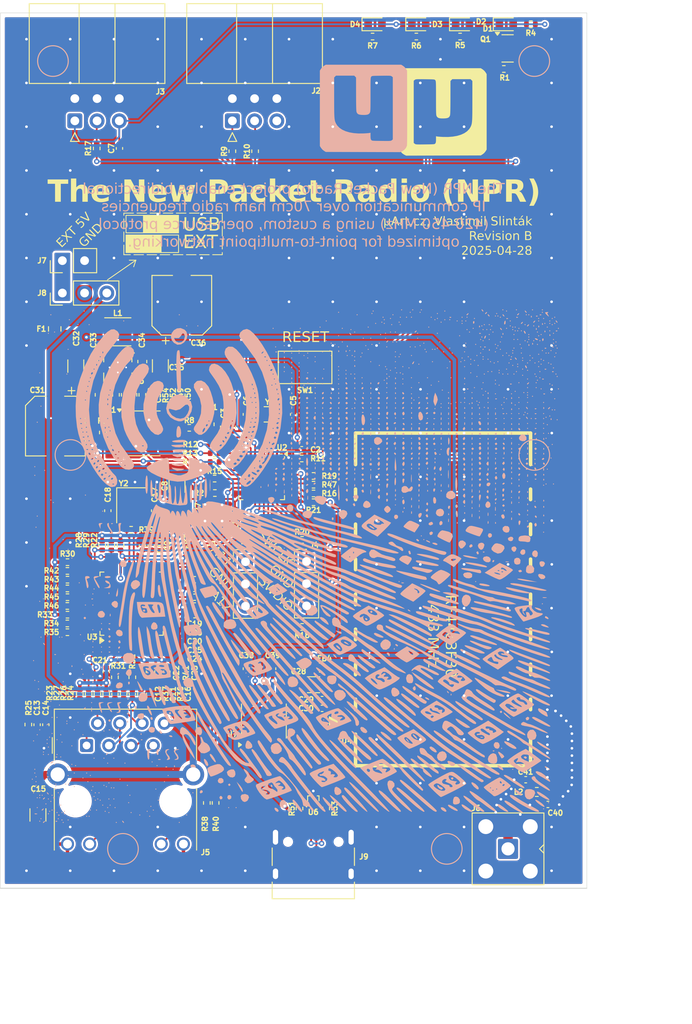
<source format=kicad_pcb>
(kicad_pcb
	(version 20241229)
	(generator "pcbnew")
	(generator_version "9.0")
	(general
		(thickness 1.6)
		(legacy_teardrops no)
	)
	(paper "A4")
	(title_block
		(title "The New Packet Radio (NPR)")
		(date "2025-04-28")
		(rev "B")
		(company "µArt.cz")
		(comment 1 "Vlastimil Slinták")
	)
	(layers
		(0 "F.Cu" signal)
		(2 "B.Cu" signal)
		(9 "F.Adhes" user "F.Adhesive")
		(11 "B.Adhes" user "B.Adhesive")
		(13 "F.Paste" user)
		(15 "B.Paste" user)
		(5 "F.SilkS" user "F.Silkscreen")
		(7 "B.SilkS" user "B.Silkscreen")
		(1 "F.Mask" user)
		(3 "B.Mask" user)
		(17 "Dwgs.User" user "User.Drawings")
		(19 "Cmts.User" user "User.Comments")
		(21 "Eco1.User" user "User.Eco1")
		(23 "Eco2.User" user "User.Eco2")
		(25 "Edge.Cuts" user)
		(27 "Margin" user)
		(31 "F.CrtYd" user "F.Courtyard")
		(29 "B.CrtYd" user "B.Courtyard")
		(35 "F.Fab" user)
		(33 "B.Fab" user)
		(39 "User.1" user)
		(41 "User.2" user)
		(43 "User.3" user)
		(45 "User.4" user)
	)
	(setup
		(pad_to_mask_clearance 0)
		(allow_soldermask_bridges_in_footprints no)
		(tenting front back)
		(aux_axis_origin 183.225 135.75)
		(grid_origin 183.225 135.75)
		(pcbplotparams
			(layerselection 0x00000000_00000000_55555555_5755f5ff)
			(plot_on_all_layers_selection 0x00000000_00000000_00000000_00000000)
			(disableapertmacros no)
			(usegerberextensions no)
			(usegerberattributes yes)
			(usegerberadvancedattributes yes)
			(creategerberjobfile yes)
			(dashed_line_dash_ratio 12.000000)
			(dashed_line_gap_ratio 3.000000)
			(svgprecision 4)
			(plotframeref no)
			(mode 1)
			(useauxorigin no)
			(hpglpennumber 1)
			(hpglpenspeed 20)
			(hpglpendiameter 15.000000)
			(pdf_front_fp_property_popups yes)
			(pdf_back_fp_property_popups yes)
			(pdf_metadata yes)
			(pdf_single_document no)
			(dxfpolygonmode yes)
			(dxfimperialunits yes)
			(dxfusepcbnewfont yes)
			(psnegative no)
			(psa4output no)
			(plot_black_and_white yes)
			(sketchpadsonfab no)
			(plotpadnumbers no)
			(hidednponfab no)
			(sketchdnponfab yes)
			(crossoutdnponfab yes)
			(subtractmaskfromsilk no)
			(outputformat 1)
			(mirror no)
			(drillshape 1)
			(scaleselection 1)
			(outputdirectory "")
		)
	)
	(net 0 "")
	(net 1 "GND")
	(net 2 "+3V3")
	(net 3 "/AVDD")
	(net 4 "Net-(U2-NRST)")
	(net 5 "Net-(U2-PC14)")
	(net 6 "Net-(U2-PC15)")
	(net 7 "/Ethernet/WZNT_DVCC")
	(net 8 "Net-(J5-RD+)")
	(net 9 "Net-(C11-Pad2)")
	(net 10 "Net-(C12-Pad2)")
	(net 11 "Net-(J5-RD-)")
	(net 12 "Net-(J5-TCT)")
	(net 13 "Net-(J5-RCT)")
	(net 14 "Net-(U3-XI{slash}CLKIN)")
	(net 15 "Net-(U3-XO)")
	(net 16 "Net-(U3-1V2O)")
	(net 17 "Net-(U3-TOCAP)")
	(net 18 "/Ethernet/WZNT_AVCC")
	(net 19 "Net-(U4-VCC)")
	(net 20 "+5V")
	(net 21 "Net-(U5-EN)")
	(net 22 "Net-(D1-K)")
	(net 23 "/LED_RX")
	(net 24 "Net-(D2-K)")
	(net 25 "Net-(D3-K)")
	(net 26 "/LED_CON")
	(net 27 "Net-(D4-K)")
	(net 28 "Net-(J8-Pin_2)")
	(net 29 "/TXD")
	(net 30 "/RXD")
	(net 31 "Net-(J3-Pin_3)")
	(net 32 "Net-(J2-Pin_1)")
	(net 33 "/Ethernet/ACT_LED")
	(net 34 "Net-(J2-Pin_3)")
	(net 35 "unconnected-(J2-Pin_5-Pad5)")
	(net 36 "/Ethernet/LINK_LED")
	(net 37 "Net-(J4-Pin_3)")
	(net 38 "/Power/VBUS")
	(net 39 "Net-(J4-Pin_1)")
	(net 40 "Net-(U7-V3)")
	(net 41 "Net-(J5-TD-)")
	(net 42 "unconnected-(J5-NC-Pad7)")
	(net 43 "Net-(J5-TD+)")
	(net 44 "Net-(U5-L2)")
	(net 45 "Net-(U5-L1)")
	(net 46 "Net-(Q1-B)")
	(net 47 "/LED_TX")
	(net 48 "Net-(U1-SIO1)")
	(net 49 "/SPI1_MISO")
	(net 50 "Net-(U1-SIO3)")
	(net 51 "Net-(U2-PH3)")
	(net 52 "Net-(U2-PA2)")
	(net 53 "/Radio/GPIO_{0}")
	(net 54 "/GPIO_{11}")
	(net 55 "/GPIO_{10}")
	(net 56 "Net-(U2-PA5)")
	(net 57 "/Radio/CLK")
	(net 58 "Net-(U2-PA7)")
	(net 59 "/Radio/MOSI")
	(net 60 "Net-(U2-PB3)")
	(net 61 "/SPI1_CLK")
	(net 62 "Net-(U2-PB5)")
	(net 63 "/SPI1_MOSI")
	(net 64 "Net-(U2-PA13)")
	(net 65 "Net-(U2-PA14)")
	(net 66 "Net-(U2-PA15)")
	(net 67 "Net-(U3-TXN)")
	(net 68 "Net-(U3-TXP)")
	(net 69 "Net-(U3-MISO)")
	(net 70 "Net-(U3-RXN)")
	(net 71 "Net-(U3-RXP)")
	(net 72 "Net-(U3-PMODE2)")
	(net 73 "Net-(U3-PMODE1)")
	(net 74 "Net-(U3-PMODE0)")
	(net 75 "Net-(U3-LINKLED)")
	(net 76 "Net-(U3-ACTLED)")
	(net 77 "Net-(U3-EXRES1)")
	(net 78 "Net-(J7-Pin_1)")
	(net 79 "Net-(J9-CC2)")
	(net 80 "Net-(R42-Pad2)")
	(net 81 "Net-(R43-Pad2)")
	(net 82 "Net-(R44-Pad2)")
	(net 83 "/Radio/MISO")
	(net 84 "Net-(U4-SDO)")
	(net 85 "unconnected-(J9-SBU2-PadB8)")
	(net 86 "Net-(U5-FB)")
	(net 87 "Net-(J9-CC1)")
	(net 88 "/SRAM_CS")
	(net 89 "unconnected-(U1-SIO2-Pad3)")
	(net 90 "/RF_SDN")
	(net 91 "/Radio/~{CS}")
	(net 92 "/RF_INT")
	(net 93 "unconnected-(U3-VBG-Pad18)")
	(net 94 "unconnected-(U3-NC-Pad46)")
	(net 95 "unconnected-(U3-SPDLED-Pad24)")
	(net 96 "unconnected-(U3-DUPLED-Pad26)")
	(net 97 "unconnected-(U3-RSVD-Pad23)")
	(net 98 "unconnected-(U3-NC-Pad47)")
	(net 99 "unconnected-(U3-DNC-Pad7)")
	(net 100 "unconnected-(U3-NC-Pad13)")
	(net 101 "unconnected-(U3-NC-Pad12)")
	(net 102 "unconnected-(J9-SBU1-PadA8)")
	(net 103 "Net-(R45-Pad2)")
	(net 104 "Net-(R46-Pad2)")
	(net 105 "Net-(R49-Pad2)")
	(net 106 "Net-(R52-Pad1)")
	(net 107 "/Ethernet/ETH_GND")
	(net 108 "unconnected-(U4-NC-Pad4)")
	(net 109 "unconnected-(U4-NC-Pad14)")
	(net 110 "unconnected-(U4-NC-Pad3)")
	(net 111 "/ETH_INT")
	(net 112 "/Ethernet/~{CS}")
	(net 113 "Net-(U2-PA3)")
	(net 114 "/Ethernet/~{RST}")
	(net 115 "/PA12")
	(net 116 "/PA11")
	(net 117 "/Power/D+")
	(net 118 "/Power/D-")
	(net 119 "unconnected-(U7-~{CTS}-Pad5)")
	(net 120 "unconnected-(U7-~{RTS}-Pad6)")
	(net 121 "unconnected-(U7-~{DTR}-Pad4)")
	(net 122 "Net-(D1-A)")
	(net 123 "/Radio/ANT1")
	(net 124 "/Radio/ANT2")
	(footprint "Resistor_SMD:R_0402_1005Metric" (layer "F.Cu") (at 137.8 83.15))
	(footprint "Capacitor_SMD:C_1206_3216Metric" (layer "F.Cu") (at 124.8375 76.1 -90))
	(footprint "Resistor_SMD:R_0402_1005Metric" (layer "F.Cu") (at 131.16 94.8))
	(footprint "Resistor_SMD:R_0402_1005Metric" (layer "F.Cu") (at 140.81 126.005 -90))
	(footprint "Capacitor_SMD:C_0402_1005Metric" (layer "F.Cu") (at 128.4315 79.36 -90))
	(footprint "Button_Switch_SMD:SW_SPST_CK_RS282G05A3" (layer "F.Cu") (at 151.0375 76.25 180))
	(footprint "Connector_PinHeader_2.54mm:PinHeader_1x03_P2.54mm_Vertical" (layer "F.Cu") (at 151.2 98.41))
	(footprint "Resistor_SMD:R_0402_1005Metric" (layer "F.Cu") (at 153.445 126.64 90))
	(footprint "Capacitor_SMD:C_0402_1005Metric" (layer "F.Cu") (at 144.325 110.67 90))
	(footprint "Capacitor_SMD:C_0402_1005Metric" (layer "F.Cu") (at 133.245 111.03 -90))
	(footprint "Resistor_SMD:R_0402_1005Metric" (layer "F.Cu") (at 150.69 95.95))
	(footprint "Capacitor_SMD:C_0402_1005Metric" (layer "F.Cu") (at 133.445 96.62 90))
	(footprint "Inductor_SMD:L_Taiyo-Yuden_MD-3030" (layer "F.Cu") (at 129.6375 72.18 180))
	(footprint "Resistor_SMD:R_0402_1005Metric" (layer "F.Cu") (at 130.4295 79.38 90))
	(footprint "Capacitor_SMD:C_0402_1005Metric" (layer "F.Cu") (at 121.41 117.07 90))
	(footprint "Resistor_SMD:R_0402_1005Metric" (layer "F.Cu") (at 150.395 126.64 90))
	(footprint "Resistor_SMD:R_0402_1005Metric" (layer "F.Cu") (at 173.7475 42.156183))
	(footprint "Capacitor_SMD:C_0402_1005Metric" (layer "F.Cu") (at 132.445 96.62 90))
	(footprint "Connector_PinHeader_2.54mm:PinHeader_1x02_P2.54mm_Vertical" (layer "F.Cu") (at 123.3 64.05 90))
	(footprint "Connector_Coaxial:SMA_Amphenol_901-143_Horizontal" (layer "F.Cu") (at 174.225 131.25 180))
	(footprint "Capacitor_SMD:C_1206_3216Metric" (layer "F.Cu") (at 134.5 76.075 -90))
	(footprint "Resistor_SMD:R_0402_1005Metric" (layer "F.Cu") (at 140.7 87.05))
	(footprint "Resistor_SMD:R_0402_1005Metric" (layer "F.Cu") (at 140.725 90.6 180))
	(footprint "Resistor_SMD:R_0402_1005Metric" (layer "F.Cu") (at 123.885 100.5))
	(footprint "Resistor_SMD:R_0402_1005Metric" (layer "F.Cu") (at 150.65 86.65 180))
	(footprint "Resistor_SMD:R_0402_1005Metric" (layer "F.Cu") (at 131.4335 79.38 -90))
	(footprint "Capacitor_SMD:C_0603_1608Metric" (layer "F.Cu") (at 126.8275 75.5 -90))
	(footprint "Capacitor_SMD:C_0402_1005Metric" (layer "F.Cu") (at 131.29875 113.57 90))
	(footprint "Capacitor_SMD:C_0402_1005Metric" (layer "F.Cu") (at 133.845 92.62 90))
	(footprint "Inductor_SMD:L_0603_1608Metric" (layer "F.Cu") (at 137.545 93.8 -90))
	(footprint "Capacitor_SMD:C_0402_1005Metric" (layer "F.Cu") (at 152.975 115.2 180))
	(footprint "Fuse:Fuse_0805_2012Metric" (layer "F.Cu") (at 122.4275 71.85 90))
	(footprint "Capacitor_SMD:C_0402_1005Metric" (layer "F.Cu") (at 143.025 92.93 -90))
	(footprint "Resistor_SMD:R_0402_1005Metric" (layer "F.Cu") (at 132.284375 113.55 -90))
	(footprint "Capacitor_SMD:C_0402_1005Metric" (layer "F.Cu") (at 135.245 111.03 -90))
	(footprint "Resistor_SMD:R_0402_1005Metric" (layer "F.Cu") (at 127.845 96.6 90))
	(footprint "Resistor_SMD:R_0402_1005Metric" (layer "F.Cu") (at 123.885 98.5 180))
	(footprint "Capacitor_SMD:C_0402_1005Metric" (layer "F.Cu") (at 138.81 94.27 90))
	(footprint "Resistor_SMD:R_0402_1005Metric" (layer "F.Cu") (at 127.30625 113.55 90))
	(footprint "Resistor_SMD:R_0402_1005Metric" (layer "F.Cu") (at 128.311875 113.55 -90))
	(footprint "Resistor_SMD:R_0402_1005Metric" (layer "F.Cu") (at 168.7475 38.45))
	(footprint "Resistor_SMD:R_0402_1005Metric" (layer "F.Cu") (at 125.295 113.55 -90))
	(footprint "Resistor_SMD:R_0402_1005Metric" (layer "F.Cu") (at 140.7 85.05 180))
	(footprint "Resistor_SMD:R_0402_1005Metric"
		(layer "F.Cu")
		(uuid "5e00371c-cd3a-49e7-9767-4d13e2402582")
		(at 123.875 99.5)
		(descr "Resistor SMD 0402 (1005 Metric), square (rectangular) end terminal, IPC-7351 nominal, (Body size source: IPC-SM-782 page 72, https://www.pcb-3d.com/wordpress/wp-content/uploads/ipc-sm-782a_amendment_1_and_2.pdf), generated with kicad-footprint-generator")
		(tags "resistor")
		(property "Reference" "R42"
			(at -1.815 -0.03 0)
			(layer "F.SilkS")
			(uuid "73d18928-b6d2-406b-93b8-4bdee8461dd4")
			(effects
				(font
					(size 0.6 0.6)
					(thickness 0.15)
				)
			)
		)
		(property "Value" "10k"
			(at 0 1.17 0)
			(layer "F.Fab")
			(uuid "2bb2212b-2181-4601-ace0-6deb41be0d2b")
			(effects
				(font
					(size 1 1)
					(thickness 0.15)
				)
			)
		)
		(property "Datasheet" ""
			(at 0 0 0)
			(unlocked yes)
			(layer "F.Fab")
			(hide yes)
			(uuid "3ff33fd6-9bb2-40b6-88ea-f05eac4e7faa")
			(effects
				(font
					(size 0.8 0.8)
					(thickness 0.15)
				)
			)
		)
		(property "Description" "Resistor"
			(at 0 0 0)
			(unlocked yes)
			(layer "F.Fab")
			(hide yes)
			(uuid "3e434eb3-622d-4363-8be5-02d974a3a0f9")
			(effects
				(font
					(size 0.8 0.8)
					(thickness 0.15)
				)
			)
		)
		(property "LCSC" "C25744"
			(at 0 0 0)
			(unlocked yes)
			(layer "F.Fab")
			(hide yes)
			(uuid "c364fe73-a8d6-4e0c-9722-b56ca60301f3")
			(effects
				(font
					(size 0.8 0.8)
					(thickness 0.15)
				)
			)
		)
		(property ki_fp_filters "R_*")
		(path "/98192c88-810f-4144-9050-06bf3fff717e/e9096298-c700-42ba-8b32-4d992e2fb615")
		(sheetname "/Ethernet/")
		(sheetfile "npr-ethernet.kicad_sch")
		(attr smd)
		(fp_line
			(start -0.153641 -0.38)
			(end 0.153641 -0.38)
			(stroke
				(width 0.12)
				(type solid)
			)
			(layer "F.SilkS")
			(uuid "8704ec3d-8c4a-451f-91f6-15871a47a2b5")
		)
		(fp_line
			(start -0.153641 0.38)
			(end 0.153641 0.38)
			(stroke
				(width 0.12)
				(type solid)
			)
			(layer "F.SilkS")
			(uuid "4e5a7d27-671c-4b8a-bc5a-d9d68de3198c")
		)
		(fp_line
			(start -0.93 -0.47)
			(end 0.93 -0.
... [2210879 chars truncated]
</source>
